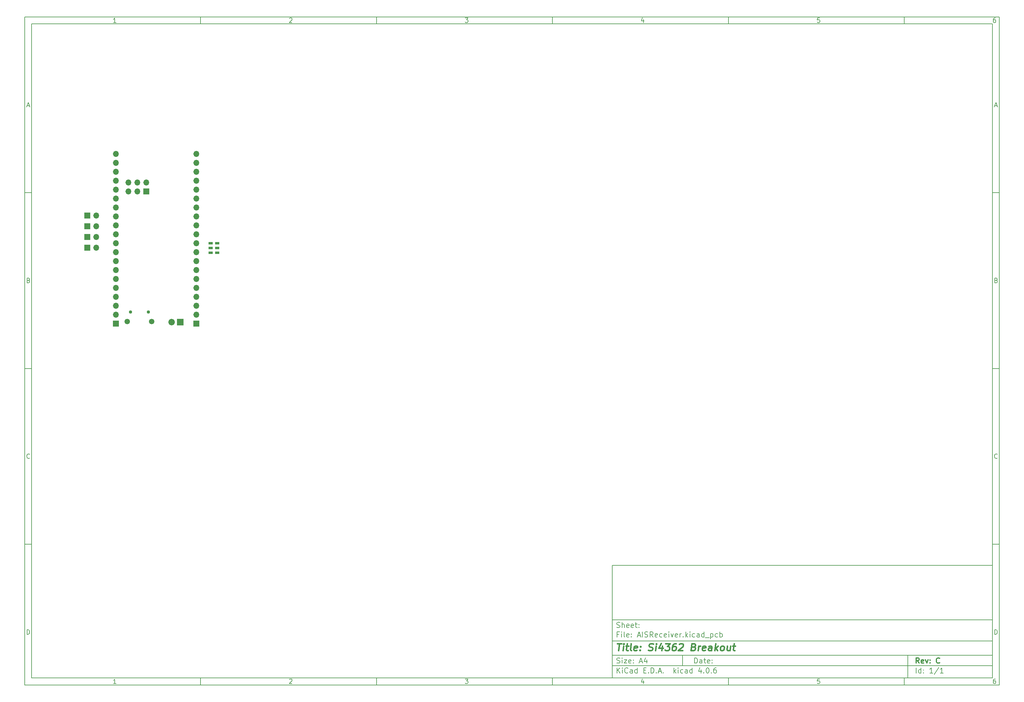
<source format=gbr>
G04 #@! TF.FileFunction,Soldermask,Bot*
%FSLAX46Y46*%
G04 Gerber Fmt 4.6, Leading zero omitted, Abs format (unit mm)*
G04 Created by KiCad (PCBNEW 4.0.6) date 09/08/17 15:19:15*
%MOMM*%
%LPD*%
G01*
G04 APERTURE LIST*
%ADD10C,0.150000*%
%ADD11C,0.300000*%
%ADD12C,0.400000*%
%ADD13R,1.200000X0.750000*%
%ADD14R,1.700000X1.700000*%
%ADD15O,1.700000X1.700000*%
%ADD16R,1.850000X1.850000*%
%ADD17C,1.850000*%
%ADD18C,0.950000*%
%ADD19C,1.550000*%
G04 APERTURE END LIST*
D10*
X177002200Y-166007200D02*
X177002200Y-198007200D01*
X285002200Y-198007200D01*
X285002200Y-166007200D01*
X177002200Y-166007200D01*
X10000000Y-10000000D02*
X10000000Y-200007200D01*
X287002200Y-200007200D01*
X287002200Y-10000000D01*
X10000000Y-10000000D01*
X12000000Y-12000000D02*
X12000000Y-198007200D01*
X285002200Y-198007200D01*
X285002200Y-12000000D01*
X12000000Y-12000000D01*
X60000000Y-12000000D02*
X60000000Y-10000000D01*
X110000000Y-12000000D02*
X110000000Y-10000000D01*
X160000000Y-12000000D02*
X160000000Y-10000000D01*
X210000000Y-12000000D02*
X210000000Y-10000000D01*
X260000000Y-12000000D02*
X260000000Y-10000000D01*
X35990476Y-11588095D02*
X35247619Y-11588095D01*
X35619048Y-11588095D02*
X35619048Y-10288095D01*
X35495238Y-10473810D01*
X35371429Y-10597619D01*
X35247619Y-10659524D01*
X85247619Y-10411905D02*
X85309524Y-10350000D01*
X85433333Y-10288095D01*
X85742857Y-10288095D01*
X85866667Y-10350000D01*
X85928571Y-10411905D01*
X85990476Y-10535714D01*
X85990476Y-10659524D01*
X85928571Y-10845238D01*
X85185714Y-11588095D01*
X85990476Y-11588095D01*
X135185714Y-10288095D02*
X135990476Y-10288095D01*
X135557143Y-10783333D01*
X135742857Y-10783333D01*
X135866667Y-10845238D01*
X135928571Y-10907143D01*
X135990476Y-11030952D01*
X135990476Y-11340476D01*
X135928571Y-11464286D01*
X135866667Y-11526190D01*
X135742857Y-11588095D01*
X135371429Y-11588095D01*
X135247619Y-11526190D01*
X135185714Y-11464286D01*
X185866667Y-10721429D02*
X185866667Y-11588095D01*
X185557143Y-10226190D02*
X185247619Y-11154762D01*
X186052381Y-11154762D01*
X235928571Y-10288095D02*
X235309524Y-10288095D01*
X235247619Y-10907143D01*
X235309524Y-10845238D01*
X235433333Y-10783333D01*
X235742857Y-10783333D01*
X235866667Y-10845238D01*
X235928571Y-10907143D01*
X235990476Y-11030952D01*
X235990476Y-11340476D01*
X235928571Y-11464286D01*
X235866667Y-11526190D01*
X235742857Y-11588095D01*
X235433333Y-11588095D01*
X235309524Y-11526190D01*
X235247619Y-11464286D01*
X285866667Y-10288095D02*
X285619048Y-10288095D01*
X285495238Y-10350000D01*
X285433333Y-10411905D01*
X285309524Y-10597619D01*
X285247619Y-10845238D01*
X285247619Y-11340476D01*
X285309524Y-11464286D01*
X285371429Y-11526190D01*
X285495238Y-11588095D01*
X285742857Y-11588095D01*
X285866667Y-11526190D01*
X285928571Y-11464286D01*
X285990476Y-11340476D01*
X285990476Y-11030952D01*
X285928571Y-10907143D01*
X285866667Y-10845238D01*
X285742857Y-10783333D01*
X285495238Y-10783333D01*
X285371429Y-10845238D01*
X285309524Y-10907143D01*
X285247619Y-11030952D01*
X60000000Y-198007200D02*
X60000000Y-200007200D01*
X110000000Y-198007200D02*
X110000000Y-200007200D01*
X160000000Y-198007200D02*
X160000000Y-200007200D01*
X210000000Y-198007200D02*
X210000000Y-200007200D01*
X260000000Y-198007200D02*
X260000000Y-200007200D01*
X35990476Y-199595295D02*
X35247619Y-199595295D01*
X35619048Y-199595295D02*
X35619048Y-198295295D01*
X35495238Y-198481010D01*
X35371429Y-198604819D01*
X35247619Y-198666724D01*
X85247619Y-198419105D02*
X85309524Y-198357200D01*
X85433333Y-198295295D01*
X85742857Y-198295295D01*
X85866667Y-198357200D01*
X85928571Y-198419105D01*
X85990476Y-198542914D01*
X85990476Y-198666724D01*
X85928571Y-198852438D01*
X85185714Y-199595295D01*
X85990476Y-199595295D01*
X135185714Y-198295295D02*
X135990476Y-198295295D01*
X135557143Y-198790533D01*
X135742857Y-198790533D01*
X135866667Y-198852438D01*
X135928571Y-198914343D01*
X135990476Y-199038152D01*
X135990476Y-199347676D01*
X135928571Y-199471486D01*
X135866667Y-199533390D01*
X135742857Y-199595295D01*
X135371429Y-199595295D01*
X135247619Y-199533390D01*
X135185714Y-199471486D01*
X185866667Y-198728629D02*
X185866667Y-199595295D01*
X185557143Y-198233390D02*
X185247619Y-199161962D01*
X186052381Y-199161962D01*
X235928571Y-198295295D02*
X235309524Y-198295295D01*
X235247619Y-198914343D01*
X235309524Y-198852438D01*
X235433333Y-198790533D01*
X235742857Y-198790533D01*
X235866667Y-198852438D01*
X235928571Y-198914343D01*
X235990476Y-199038152D01*
X235990476Y-199347676D01*
X235928571Y-199471486D01*
X235866667Y-199533390D01*
X235742857Y-199595295D01*
X235433333Y-199595295D01*
X235309524Y-199533390D01*
X235247619Y-199471486D01*
X285866667Y-198295295D02*
X285619048Y-198295295D01*
X285495238Y-198357200D01*
X285433333Y-198419105D01*
X285309524Y-198604819D01*
X285247619Y-198852438D01*
X285247619Y-199347676D01*
X285309524Y-199471486D01*
X285371429Y-199533390D01*
X285495238Y-199595295D01*
X285742857Y-199595295D01*
X285866667Y-199533390D01*
X285928571Y-199471486D01*
X285990476Y-199347676D01*
X285990476Y-199038152D01*
X285928571Y-198914343D01*
X285866667Y-198852438D01*
X285742857Y-198790533D01*
X285495238Y-198790533D01*
X285371429Y-198852438D01*
X285309524Y-198914343D01*
X285247619Y-199038152D01*
X10000000Y-60000000D02*
X12000000Y-60000000D01*
X10000000Y-110000000D02*
X12000000Y-110000000D01*
X10000000Y-160000000D02*
X12000000Y-160000000D01*
X10690476Y-35216667D02*
X11309524Y-35216667D01*
X10566667Y-35588095D02*
X11000000Y-34288095D01*
X11433333Y-35588095D01*
X11092857Y-84907143D02*
X11278571Y-84969048D01*
X11340476Y-85030952D01*
X11402381Y-85154762D01*
X11402381Y-85340476D01*
X11340476Y-85464286D01*
X11278571Y-85526190D01*
X11154762Y-85588095D01*
X10659524Y-85588095D01*
X10659524Y-84288095D01*
X11092857Y-84288095D01*
X11216667Y-84350000D01*
X11278571Y-84411905D01*
X11340476Y-84535714D01*
X11340476Y-84659524D01*
X11278571Y-84783333D01*
X11216667Y-84845238D01*
X11092857Y-84907143D01*
X10659524Y-84907143D01*
X11402381Y-135464286D02*
X11340476Y-135526190D01*
X11154762Y-135588095D01*
X11030952Y-135588095D01*
X10845238Y-135526190D01*
X10721429Y-135402381D01*
X10659524Y-135278571D01*
X10597619Y-135030952D01*
X10597619Y-134845238D01*
X10659524Y-134597619D01*
X10721429Y-134473810D01*
X10845238Y-134350000D01*
X11030952Y-134288095D01*
X11154762Y-134288095D01*
X11340476Y-134350000D01*
X11402381Y-134411905D01*
X10659524Y-185588095D02*
X10659524Y-184288095D01*
X10969048Y-184288095D01*
X11154762Y-184350000D01*
X11278571Y-184473810D01*
X11340476Y-184597619D01*
X11402381Y-184845238D01*
X11402381Y-185030952D01*
X11340476Y-185278571D01*
X11278571Y-185402381D01*
X11154762Y-185526190D01*
X10969048Y-185588095D01*
X10659524Y-185588095D01*
X287002200Y-60000000D02*
X285002200Y-60000000D01*
X287002200Y-110000000D02*
X285002200Y-110000000D01*
X287002200Y-160000000D02*
X285002200Y-160000000D01*
X285692676Y-35216667D02*
X286311724Y-35216667D01*
X285568867Y-35588095D02*
X286002200Y-34288095D01*
X286435533Y-35588095D01*
X286095057Y-84907143D02*
X286280771Y-84969048D01*
X286342676Y-85030952D01*
X286404581Y-85154762D01*
X286404581Y-85340476D01*
X286342676Y-85464286D01*
X286280771Y-85526190D01*
X286156962Y-85588095D01*
X285661724Y-85588095D01*
X285661724Y-84288095D01*
X286095057Y-84288095D01*
X286218867Y-84350000D01*
X286280771Y-84411905D01*
X286342676Y-84535714D01*
X286342676Y-84659524D01*
X286280771Y-84783333D01*
X286218867Y-84845238D01*
X286095057Y-84907143D01*
X285661724Y-84907143D01*
X286404581Y-135464286D02*
X286342676Y-135526190D01*
X286156962Y-135588095D01*
X286033152Y-135588095D01*
X285847438Y-135526190D01*
X285723629Y-135402381D01*
X285661724Y-135278571D01*
X285599819Y-135030952D01*
X285599819Y-134845238D01*
X285661724Y-134597619D01*
X285723629Y-134473810D01*
X285847438Y-134350000D01*
X286033152Y-134288095D01*
X286156962Y-134288095D01*
X286342676Y-134350000D01*
X286404581Y-134411905D01*
X285661724Y-185588095D02*
X285661724Y-184288095D01*
X285971248Y-184288095D01*
X286156962Y-184350000D01*
X286280771Y-184473810D01*
X286342676Y-184597619D01*
X286404581Y-184845238D01*
X286404581Y-185030952D01*
X286342676Y-185278571D01*
X286280771Y-185402381D01*
X286156962Y-185526190D01*
X285971248Y-185588095D01*
X285661724Y-185588095D01*
X200359343Y-193785771D02*
X200359343Y-192285771D01*
X200716486Y-192285771D01*
X200930771Y-192357200D01*
X201073629Y-192500057D01*
X201145057Y-192642914D01*
X201216486Y-192928629D01*
X201216486Y-193142914D01*
X201145057Y-193428629D01*
X201073629Y-193571486D01*
X200930771Y-193714343D01*
X200716486Y-193785771D01*
X200359343Y-193785771D01*
X202502200Y-193785771D02*
X202502200Y-193000057D01*
X202430771Y-192857200D01*
X202287914Y-192785771D01*
X202002200Y-192785771D01*
X201859343Y-192857200D01*
X202502200Y-193714343D02*
X202359343Y-193785771D01*
X202002200Y-193785771D01*
X201859343Y-193714343D01*
X201787914Y-193571486D01*
X201787914Y-193428629D01*
X201859343Y-193285771D01*
X202002200Y-193214343D01*
X202359343Y-193214343D01*
X202502200Y-193142914D01*
X203002200Y-192785771D02*
X203573629Y-192785771D01*
X203216486Y-192285771D02*
X203216486Y-193571486D01*
X203287914Y-193714343D01*
X203430772Y-193785771D01*
X203573629Y-193785771D01*
X204645057Y-193714343D02*
X204502200Y-193785771D01*
X204216486Y-193785771D01*
X204073629Y-193714343D01*
X204002200Y-193571486D01*
X204002200Y-193000057D01*
X204073629Y-192857200D01*
X204216486Y-192785771D01*
X204502200Y-192785771D01*
X204645057Y-192857200D01*
X204716486Y-193000057D01*
X204716486Y-193142914D01*
X204002200Y-193285771D01*
X205359343Y-193642914D02*
X205430771Y-193714343D01*
X205359343Y-193785771D01*
X205287914Y-193714343D01*
X205359343Y-193642914D01*
X205359343Y-193785771D01*
X205359343Y-192857200D02*
X205430771Y-192928629D01*
X205359343Y-193000057D01*
X205287914Y-192928629D01*
X205359343Y-192857200D01*
X205359343Y-193000057D01*
X177002200Y-194507200D02*
X285002200Y-194507200D01*
X178359343Y-196585771D02*
X178359343Y-195085771D01*
X179216486Y-196585771D02*
X178573629Y-195728629D01*
X179216486Y-195085771D02*
X178359343Y-195942914D01*
X179859343Y-196585771D02*
X179859343Y-195585771D01*
X179859343Y-195085771D02*
X179787914Y-195157200D01*
X179859343Y-195228629D01*
X179930771Y-195157200D01*
X179859343Y-195085771D01*
X179859343Y-195228629D01*
X181430772Y-196442914D02*
X181359343Y-196514343D01*
X181145057Y-196585771D01*
X181002200Y-196585771D01*
X180787915Y-196514343D01*
X180645057Y-196371486D01*
X180573629Y-196228629D01*
X180502200Y-195942914D01*
X180502200Y-195728629D01*
X180573629Y-195442914D01*
X180645057Y-195300057D01*
X180787915Y-195157200D01*
X181002200Y-195085771D01*
X181145057Y-195085771D01*
X181359343Y-195157200D01*
X181430772Y-195228629D01*
X182716486Y-196585771D02*
X182716486Y-195800057D01*
X182645057Y-195657200D01*
X182502200Y-195585771D01*
X182216486Y-195585771D01*
X182073629Y-195657200D01*
X182716486Y-196514343D02*
X182573629Y-196585771D01*
X182216486Y-196585771D01*
X182073629Y-196514343D01*
X182002200Y-196371486D01*
X182002200Y-196228629D01*
X182073629Y-196085771D01*
X182216486Y-196014343D01*
X182573629Y-196014343D01*
X182716486Y-195942914D01*
X184073629Y-196585771D02*
X184073629Y-195085771D01*
X184073629Y-196514343D02*
X183930772Y-196585771D01*
X183645058Y-196585771D01*
X183502200Y-196514343D01*
X183430772Y-196442914D01*
X183359343Y-196300057D01*
X183359343Y-195871486D01*
X183430772Y-195728629D01*
X183502200Y-195657200D01*
X183645058Y-195585771D01*
X183930772Y-195585771D01*
X184073629Y-195657200D01*
X185930772Y-195800057D02*
X186430772Y-195800057D01*
X186645058Y-196585771D02*
X185930772Y-196585771D01*
X185930772Y-195085771D01*
X186645058Y-195085771D01*
X187287915Y-196442914D02*
X187359343Y-196514343D01*
X187287915Y-196585771D01*
X187216486Y-196514343D01*
X187287915Y-196442914D01*
X187287915Y-196585771D01*
X188002201Y-196585771D02*
X188002201Y-195085771D01*
X188359344Y-195085771D01*
X188573629Y-195157200D01*
X188716487Y-195300057D01*
X188787915Y-195442914D01*
X188859344Y-195728629D01*
X188859344Y-195942914D01*
X188787915Y-196228629D01*
X188716487Y-196371486D01*
X188573629Y-196514343D01*
X188359344Y-196585771D01*
X188002201Y-196585771D01*
X189502201Y-196442914D02*
X189573629Y-196514343D01*
X189502201Y-196585771D01*
X189430772Y-196514343D01*
X189502201Y-196442914D01*
X189502201Y-196585771D01*
X190145058Y-196157200D02*
X190859344Y-196157200D01*
X190002201Y-196585771D02*
X190502201Y-195085771D01*
X191002201Y-196585771D01*
X191502201Y-196442914D02*
X191573629Y-196514343D01*
X191502201Y-196585771D01*
X191430772Y-196514343D01*
X191502201Y-196442914D01*
X191502201Y-196585771D01*
X194502201Y-196585771D02*
X194502201Y-195085771D01*
X194645058Y-196014343D02*
X195073629Y-196585771D01*
X195073629Y-195585771D02*
X194502201Y-196157200D01*
X195716487Y-196585771D02*
X195716487Y-195585771D01*
X195716487Y-195085771D02*
X195645058Y-195157200D01*
X195716487Y-195228629D01*
X195787915Y-195157200D01*
X195716487Y-195085771D01*
X195716487Y-195228629D01*
X197073630Y-196514343D02*
X196930773Y-196585771D01*
X196645059Y-196585771D01*
X196502201Y-196514343D01*
X196430773Y-196442914D01*
X196359344Y-196300057D01*
X196359344Y-195871486D01*
X196430773Y-195728629D01*
X196502201Y-195657200D01*
X196645059Y-195585771D01*
X196930773Y-195585771D01*
X197073630Y-195657200D01*
X198359344Y-196585771D02*
X198359344Y-195800057D01*
X198287915Y-195657200D01*
X198145058Y-195585771D01*
X197859344Y-195585771D01*
X197716487Y-195657200D01*
X198359344Y-196514343D02*
X198216487Y-196585771D01*
X197859344Y-196585771D01*
X197716487Y-196514343D01*
X197645058Y-196371486D01*
X197645058Y-196228629D01*
X197716487Y-196085771D01*
X197859344Y-196014343D01*
X198216487Y-196014343D01*
X198359344Y-195942914D01*
X199716487Y-196585771D02*
X199716487Y-195085771D01*
X199716487Y-196514343D02*
X199573630Y-196585771D01*
X199287916Y-196585771D01*
X199145058Y-196514343D01*
X199073630Y-196442914D01*
X199002201Y-196300057D01*
X199002201Y-195871486D01*
X199073630Y-195728629D01*
X199145058Y-195657200D01*
X199287916Y-195585771D01*
X199573630Y-195585771D01*
X199716487Y-195657200D01*
X202216487Y-195585771D02*
X202216487Y-196585771D01*
X201859344Y-195014343D02*
X201502201Y-196085771D01*
X202430773Y-196085771D01*
X203002201Y-196442914D02*
X203073629Y-196514343D01*
X203002201Y-196585771D01*
X202930772Y-196514343D01*
X203002201Y-196442914D01*
X203002201Y-196585771D01*
X204002201Y-195085771D02*
X204145058Y-195085771D01*
X204287915Y-195157200D01*
X204359344Y-195228629D01*
X204430773Y-195371486D01*
X204502201Y-195657200D01*
X204502201Y-196014343D01*
X204430773Y-196300057D01*
X204359344Y-196442914D01*
X204287915Y-196514343D01*
X204145058Y-196585771D01*
X204002201Y-196585771D01*
X203859344Y-196514343D01*
X203787915Y-196442914D01*
X203716487Y-196300057D01*
X203645058Y-196014343D01*
X203645058Y-195657200D01*
X203716487Y-195371486D01*
X203787915Y-195228629D01*
X203859344Y-195157200D01*
X204002201Y-195085771D01*
X205145058Y-196442914D02*
X205216486Y-196514343D01*
X205145058Y-196585771D01*
X205073629Y-196514343D01*
X205145058Y-196442914D01*
X205145058Y-196585771D01*
X206502201Y-195085771D02*
X206216487Y-195085771D01*
X206073630Y-195157200D01*
X206002201Y-195228629D01*
X205859344Y-195442914D01*
X205787915Y-195728629D01*
X205787915Y-196300057D01*
X205859344Y-196442914D01*
X205930772Y-196514343D01*
X206073630Y-196585771D01*
X206359344Y-196585771D01*
X206502201Y-196514343D01*
X206573630Y-196442914D01*
X206645058Y-196300057D01*
X206645058Y-195942914D01*
X206573630Y-195800057D01*
X206502201Y-195728629D01*
X206359344Y-195657200D01*
X206073630Y-195657200D01*
X205930772Y-195728629D01*
X205859344Y-195800057D01*
X205787915Y-195942914D01*
X177002200Y-191507200D02*
X285002200Y-191507200D01*
D11*
X264216486Y-193785771D02*
X263716486Y-193071486D01*
X263359343Y-193785771D02*
X263359343Y-192285771D01*
X263930771Y-192285771D01*
X264073629Y-192357200D01*
X264145057Y-192428629D01*
X264216486Y-192571486D01*
X264216486Y-192785771D01*
X264145057Y-192928629D01*
X264073629Y-193000057D01*
X263930771Y-193071486D01*
X263359343Y-193071486D01*
X265430771Y-193714343D02*
X265287914Y-193785771D01*
X265002200Y-193785771D01*
X264859343Y-193714343D01*
X264787914Y-193571486D01*
X264787914Y-193000057D01*
X264859343Y-192857200D01*
X265002200Y-192785771D01*
X265287914Y-192785771D01*
X265430771Y-192857200D01*
X265502200Y-193000057D01*
X265502200Y-193142914D01*
X264787914Y-193285771D01*
X266002200Y-192785771D02*
X266359343Y-193785771D01*
X266716485Y-192785771D01*
X267287914Y-193642914D02*
X267359342Y-193714343D01*
X267287914Y-193785771D01*
X267216485Y-193714343D01*
X267287914Y-193642914D01*
X267287914Y-193785771D01*
X267287914Y-192857200D02*
X267359342Y-192928629D01*
X267287914Y-193000057D01*
X267216485Y-192928629D01*
X267287914Y-192857200D01*
X267287914Y-193000057D01*
X270002200Y-193642914D02*
X269930771Y-193714343D01*
X269716485Y-193785771D01*
X269573628Y-193785771D01*
X269359343Y-193714343D01*
X269216485Y-193571486D01*
X269145057Y-193428629D01*
X269073628Y-193142914D01*
X269073628Y-192928629D01*
X269145057Y-192642914D01*
X269216485Y-192500057D01*
X269359343Y-192357200D01*
X269573628Y-192285771D01*
X269716485Y-192285771D01*
X269930771Y-192357200D01*
X270002200Y-192428629D01*
D10*
X178287914Y-193714343D02*
X178502200Y-193785771D01*
X178859343Y-193785771D01*
X179002200Y-193714343D01*
X179073629Y-193642914D01*
X179145057Y-193500057D01*
X179145057Y-193357200D01*
X179073629Y-193214343D01*
X179002200Y-193142914D01*
X178859343Y-193071486D01*
X178573629Y-193000057D01*
X178430771Y-192928629D01*
X178359343Y-192857200D01*
X178287914Y-192714343D01*
X178287914Y-192571486D01*
X178359343Y-192428629D01*
X178430771Y-192357200D01*
X178573629Y-192285771D01*
X178930771Y-192285771D01*
X179145057Y-192357200D01*
X179787914Y-193785771D02*
X179787914Y-192785771D01*
X179787914Y-192285771D02*
X179716485Y-192357200D01*
X179787914Y-192428629D01*
X179859342Y-192357200D01*
X179787914Y-192285771D01*
X179787914Y-192428629D01*
X180359343Y-192785771D02*
X181145057Y-192785771D01*
X180359343Y-193785771D01*
X181145057Y-193785771D01*
X182287914Y-193714343D02*
X182145057Y-193785771D01*
X181859343Y-193785771D01*
X181716486Y-193714343D01*
X181645057Y-193571486D01*
X181645057Y-193000057D01*
X181716486Y-192857200D01*
X181859343Y-192785771D01*
X182145057Y-192785771D01*
X182287914Y-192857200D01*
X182359343Y-193000057D01*
X182359343Y-193142914D01*
X181645057Y-193285771D01*
X183002200Y-193642914D02*
X183073628Y-193714343D01*
X183002200Y-193785771D01*
X182930771Y-193714343D01*
X183002200Y-193642914D01*
X183002200Y-193785771D01*
X183002200Y-192857200D02*
X183073628Y-192928629D01*
X183002200Y-193000057D01*
X182930771Y-192928629D01*
X183002200Y-192857200D01*
X183002200Y-193000057D01*
X184787914Y-193357200D02*
X185502200Y-193357200D01*
X184645057Y-193785771D02*
X185145057Y-192285771D01*
X185645057Y-193785771D01*
X186787914Y-192785771D02*
X186787914Y-193785771D01*
X186430771Y-192214343D02*
X186073628Y-193285771D01*
X187002200Y-193285771D01*
X263359343Y-196585771D02*
X263359343Y-195085771D01*
X264716486Y-196585771D02*
X264716486Y-195085771D01*
X264716486Y-196514343D02*
X264573629Y-196585771D01*
X264287915Y-196585771D01*
X264145057Y-196514343D01*
X264073629Y-196442914D01*
X264002200Y-196300057D01*
X264002200Y-195871486D01*
X264073629Y-195728629D01*
X264145057Y-195657200D01*
X264287915Y-195585771D01*
X264573629Y-195585771D01*
X264716486Y-195657200D01*
X265430772Y-196442914D02*
X265502200Y-196514343D01*
X265430772Y-196585771D01*
X265359343Y-196514343D01*
X265430772Y-196442914D01*
X265430772Y-196585771D01*
X265430772Y-195657200D02*
X265502200Y-195728629D01*
X265430772Y-195800057D01*
X265359343Y-195728629D01*
X265430772Y-195657200D01*
X265430772Y-195800057D01*
X268073629Y-196585771D02*
X267216486Y-196585771D01*
X267645058Y-196585771D02*
X267645058Y-195085771D01*
X267502201Y-195300057D01*
X267359343Y-195442914D01*
X267216486Y-195514343D01*
X269787914Y-195014343D02*
X268502200Y-196942914D01*
X271073629Y-196585771D02*
X270216486Y-196585771D01*
X270645058Y-196585771D02*
X270645058Y-195085771D01*
X270502201Y-195300057D01*
X270359343Y-195442914D01*
X270216486Y-195514343D01*
X177002200Y-187507200D02*
X285002200Y-187507200D01*
D12*
X178454581Y-188211962D02*
X179597438Y-188211962D01*
X178776010Y-190211962D02*
X179026010Y-188211962D01*
X180014105Y-190211962D02*
X180180771Y-188878629D01*
X180264105Y-188211962D02*
X180156962Y-188307200D01*
X180240295Y-188402438D01*
X180347439Y-188307200D01*
X180264105Y-188211962D01*
X180240295Y-188402438D01*
X180847438Y-188878629D02*
X181609343Y-188878629D01*
X181216486Y-188211962D02*
X181002200Y-189926248D01*
X181073630Y-190116724D01*
X181252201Y-190211962D01*
X181442677Y-190211962D01*
X182395058Y-190211962D02*
X182216487Y-190116724D01*
X182145057Y-189926248D01*
X182359343Y-188211962D01*
X183930772Y-190116724D02*
X183728391Y-190211962D01*
X183347439Y-190211962D01*
X183168867Y-190116724D01*
X183097438Y-189926248D01*
X183192676Y-189164343D01*
X183311724Y-188973867D01*
X183514105Y-188878629D01*
X183895057Y-188878629D01*
X184073629Y-188973867D01*
X184145057Y-189164343D01*
X184121248Y-189354819D01*
X183145057Y-189545295D01*
X184895057Y-190021486D02*
X184978392Y-190116724D01*
X184871248Y-190211962D01*
X184787915Y-190116724D01*
X184895057Y-190021486D01*
X184871248Y-190211962D01*
X185026010Y-188973867D02*
X185109344Y-189069105D01*
X185002200Y-189164343D01*
X184918867Y-189069105D01*
X185026010Y-188973867D01*
X185002200Y-189164343D01*
X187264106Y-190116724D02*
X187537916Y-190211962D01*
X188014106Y-190211962D01*
X188216487Y-190116724D01*
X188323629Y-190021486D01*
X188442678Y-189831010D01*
X188466487Y-189640533D01*
X188395058Y-189450057D01*
X188311725Y-189354819D01*
X188133153Y-189259581D01*
X187764106Y-189164343D01*
X187585535Y-189069105D01*
X187502201Y-188973867D01*
X187430772Y-188783390D01*
X187454582Y-188592914D01*
X187573629Y-188402438D01*
X187680773Y-188307200D01*
X187883154Y-188211962D01*
X188359344Y-188211962D01*
X188633154Y-188307200D01*
X189252201Y-190211962D02*
X189418867Y-188878629D01*
X189502201Y-188211962D02*
X189395058Y-188307200D01*
X189478391Y-188402438D01*
X189585535Y-188307200D01*
X189502201Y-188211962D01*
X189478391Y-188402438D01*
X191228391Y-188878629D02*
X191061725Y-190211962D01*
X190847440Y-188116724D02*
X190192677Y-189545295D01*
X191430773Y-189545295D01*
X192168868Y-188211962D02*
X193406964Y-188211962D01*
X192645059Y-188973867D01*
X192930773Y-188973867D01*
X193109344Y-189069105D01*
X193192677Y-189164343D01*
X193264107Y-189354819D01*
X193204583Y-189831010D01*
X193085534Y-190021486D01*
X192978392Y-190116724D01*
X192776011Y-190211962D01*
X192204583Y-190211962D01*
X192026011Y-190116724D01*
X191942677Y-190021486D01*
X195121249Y-188211962D02*
X194740297Y-188211962D01*
X194537916Y-188307200D01*
X194430773Y-188402438D01*
X194204582Y-188688152D01*
X194061725Y-189069105D01*
X193966487Y-189831010D01*
X194037915Y-190021486D01*
X194121250Y-190116724D01*
X194299821Y-190211962D01*
X194680773Y-190211962D01*
X194883154Y-190116724D01*
X194990296Y-190021486D01*
X195109345Y-189831010D01*
X195168869Y-189354819D01*
X195097439Y-189164343D01*
X195014106Y-189069105D01*
X194835535Y-188973867D01*
X194454583Y-188973867D01*
X194252202Y-189069105D01*
X194145058Y-189164343D01*
X194026011Y-189354819D01*
X196049820Y-188402438D02*
X196156963Y-188307200D01*
X196359345Y-188211962D01*
X196835535Y-188211962D01*
X197014106Y-188307200D01*
X197097439Y-188402438D01*
X197168869Y-188592914D01*
X197145059Y-188783390D01*
X197014106Y-189069105D01*
X195728392Y-190211962D01*
X196966488Y-190211962D01*
X200145059Y-189164343D02*
X200418868Y-189259581D01*
X200502203Y-189354819D01*
X200573631Y-189545295D01*
X200537917Y-189831010D01*
X200418869Y-190021486D01*
X200311726Y-190116724D01*
X200109345Y-190211962D01*
X199347440Y-190211962D01*
X199597440Y-188211962D01*
X200264107Y-188211962D01*
X200442678Y-188307200D01*
X200526011Y-188402438D01*
X200597441Y-188592914D01*
X200573631Y-188783390D01*
X200454583Y-188973867D01*
X200347440Y-189069105D01*
X200145059Y-189164343D01*
X199478392Y-189164343D01*
X201347440Y-190211962D02*
X201514106Y-188878629D01*
X201466487Y-189259581D02*
X201585536Y-189069105D01*
X201692679Y-188973867D01*
X201895059Y-188878629D01*
X202085535Y-188878629D01*
X203359345Y-190116724D02*
X203156964Y-190211962D01*
X202776012Y-190211962D01*
X202597440Y-190116724D01*
X202526011Y-189926248D01*
X202621249Y-189164343D01*
X202740297Y-188973867D01*
X202942678Y-188878629D01*
X203323630Y-188878629D01*
X203502202Y-188973867D01*
X203573630Y-189164343D01*
X203549821Y-189354819D01*
X202573630Y-189545295D01*
X205156964Y-190211962D02*
X205287916Y-189164343D01*
X205216488Y-188973867D01*
X205037916Y-188878629D01*
X204656964Y-188878629D01*
X204454583Y-188973867D01*
X205168869Y-190116724D02*
X204966488Y-190211962D01*
X204490298Y-190211962D01*
X204311726Y-190116724D01*
X204240297Y-189926248D01*
X204264107Y-189735771D01*
X204383154Y-189545295D01*
X204585536Y-189450057D01*
X205061726Y-189450057D01*
X205264107Y-189354819D01*
X206109345Y-190211962D02*
X206359345Y-188211962D01*
X206395060Y-189450057D02*
X206871250Y-190211962D01*
X207037916Y-188878629D02*
X206180773Y-189640533D01*
X208014108Y-190211962D02*
X207835537Y-190116724D01*
X207752202Y-190021486D01*
X207680774Y-189831010D01*
X207752202Y-189259581D01*
X207871250Y-189069105D01*
X207978394Y-188973867D01*
X208180774Y-188878629D01*
X208466488Y-188878629D01*
X208645060Y-188973867D01*
X208728393Y-189069105D01*
X208799821Y-189259581D01*
X208728393Y-189831010D01*
X208609345Y-190021486D01*
X208502203Y-190116724D01*
X208299822Y-190211962D01*
X208014108Y-190211962D01*
X210561726Y-188878629D02*
X210395060Y-190211962D01*
X209704583Y-188878629D02*
X209573631Y-189926248D01*
X209645061Y-190116724D01*
X209823632Y-190211962D01*
X210109346Y-190211962D01*
X210311727Y-190116724D01*
X210418869Y-190021486D01*
X211228393Y-188878629D02*
X211990298Y-188878629D01*
X211597441Y-188211962D02*
X211383155Y-189926248D01*
X211454585Y-190116724D01*
X211633156Y-190211962D01*
X211823632Y-190211962D01*
D10*
X178859343Y-185600057D02*
X178359343Y-185600057D01*
X178359343Y-186385771D02*
X178359343Y-184885771D01*
X179073629Y-184885771D01*
X179645057Y-186385771D02*
X179645057Y-185385771D01*
X179645057Y-184885771D02*
X179573628Y-184957200D01*
X179645057Y-185028629D01*
X179716485Y-184957200D01*
X179645057Y-184885771D01*
X179645057Y-185028629D01*
X180573629Y-186385771D02*
X180430771Y-186314343D01*
X180359343Y-186171486D01*
X180359343Y-184885771D01*
X181716485Y-186314343D02*
X181573628Y-186385771D01*
X181287914Y-186385771D01*
X181145057Y-186314343D01*
X181073628Y-186171486D01*
X181073628Y-185600057D01*
X181145057Y-185457200D01*
X181287914Y-185385771D01*
X181573628Y-185385771D01*
X181716485Y-185457200D01*
X181787914Y-185600057D01*
X181787914Y-185742914D01*
X181073628Y-185885771D01*
X182430771Y-186242914D02*
X182502199Y-186314343D01*
X182430771Y-186385771D01*
X182359342Y-186314343D01*
X182430771Y-186242914D01*
X182430771Y-186385771D01*
X182430771Y-185457200D02*
X182502199Y-185528629D01*
X182430771Y-185600057D01*
X182359342Y-185528629D01*
X182430771Y-185457200D01*
X182430771Y-185600057D01*
X184216485Y-185957200D02*
X184930771Y-185957200D01*
X184073628Y-186385771D02*
X184573628Y-184885771D01*
X185073628Y-186385771D01*
X185573628Y-186385771D02*
X185573628Y-184885771D01*
X186216485Y-186314343D02*
X186430771Y-186385771D01*
X186787914Y-186385771D01*
X186930771Y-186314343D01*
X187002200Y-186242914D01*
X187073628Y-186100057D01*
X187073628Y-185957200D01*
X187002200Y-185814343D01*
X186930771Y-185742914D01*
X186787914Y-185671486D01*
X186502200Y-185600057D01*
X186359342Y-185528629D01*
X186287914Y-185457200D01*
X186216485Y-185314343D01*
X186216485Y-185171486D01*
X186287914Y-185028629D01*
X186359342Y-184957200D01*
X186502200Y-184885771D01*
X186859342Y-184885771D01*
X187073628Y-184957200D01*
X188573628Y-186385771D02*
X188073628Y-185671486D01*
X187716485Y-186385771D02*
X187716485Y-184885771D01*
X188287913Y-184885771D01*
X188430771Y-184957200D01*
X188502199Y-185028629D01*
X188573628Y-185171486D01*
X188573628Y-185385771D01*
X188502199Y-185528629D01*
X188430771Y-185600057D01*
X188287913Y-185671486D01*
X187716485Y-185671486D01*
X189787913Y-186314343D02*
X189645056Y-186385771D01*
X189359342Y-186385771D01*
X189216485Y-186314343D01*
X189145056Y-186171486D01*
X189145056Y-185600057D01*
X189216485Y-185457200D01*
X189359342Y-185385771D01*
X189645056Y-185385771D01*
X189787913Y-185457200D01*
X189859342Y-185600057D01*
X189859342Y-185742914D01*
X189145056Y-185885771D01*
X191145056Y-186314343D02*
X191002199Y-186385771D01*
X190716485Y-186385771D01*
X190573627Y-186314343D01*
X190502199Y-186242914D01*
X190430770Y-186100057D01*
X190430770Y-185671486D01*
X190502199Y-185528629D01*
X190573627Y-185457200D01*
X190716485Y-185385771D01*
X191002199Y-185385771D01*
X191145056Y-185457200D01*
X192359341Y-186314343D02*
X192216484Y-186385771D01*
X191930770Y-186385771D01*
X191787913Y-186314343D01*
X191716484Y-186171486D01*
X191716484Y-185600057D01*
X191787913Y-185457200D01*
X191930770Y-185385771D01*
X192216484Y-185385771D01*
X192359341Y-185457200D01*
X192430770Y-185600057D01*
X192430770Y-185742914D01*
X191716484Y-185885771D01*
X193073627Y-186385771D02*
X193073627Y-185385771D01*
X193073627Y-184885771D02*
X193002198Y-184957200D01*
X193073627Y-185028629D01*
X193145055Y-184957200D01*
X193073627Y-184885771D01*
X193073627Y-185028629D01*
X193645056Y-185385771D02*
X194002199Y-186385771D01*
X194359341Y-185385771D01*
X195502198Y-186314343D02*
X195359341Y-186385771D01*
X195073627Y-186385771D01*
X194930770Y-186314343D01*
X194859341Y-186171486D01*
X194859341Y-185600057D01*
X194930770Y-185457200D01*
X195073627Y-185385771D01*
X195359341Y-185385771D01*
X195502198Y-185457200D01*
X195573627Y-185600057D01*
X195573627Y-185742914D01*
X194859341Y-185885771D01*
X196216484Y-186385771D02*
X196216484Y-185385771D01*
X196216484Y-185671486D02*
X196287912Y-185528629D01*
X196359341Y-185457200D01*
X196502198Y-185385771D01*
X196645055Y-185385771D01*
X197145055Y-186242914D02*
X197216483Y-186314343D01*
X197145055Y-186385771D01*
X197073626Y-186314343D01*
X197145055Y-186242914D01*
X197145055Y-186385771D01*
X197859341Y-186385771D02*
X197859341Y-184885771D01*
X198002198Y-185814343D02*
X198430769Y-186385771D01*
X198430769Y-185385771D02*
X197859341Y-185957200D01*
X199073627Y-186385771D02*
X199073627Y-185385771D01*
X199073627Y-184885771D02*
X199002198Y-184957200D01*
X199073627Y-185028629D01*
X199145055Y-184957200D01*
X199073627Y-184885771D01*
X199073627Y-185028629D01*
X200430770Y-186314343D02*
X200287913Y-186385771D01*
X200002199Y-186385771D01*
X199859341Y-186314343D01*
X199787913Y-186242914D01*
X199716484Y-186100057D01*
X199716484Y-185671486D01*
X199787913Y-185528629D01*
X199859341Y-185457200D01*
X200002199Y-185385771D01*
X200287913Y-185385771D01*
X200430770Y-185457200D01*
X201716484Y-186385771D02*
X201716484Y-185600057D01*
X201645055Y-185457200D01*
X201502198Y-185385771D01*
X201216484Y-185385771D01*
X201073627Y-185457200D01*
X201716484Y-186314343D02*
X201573627Y-186385771D01*
X201216484Y-186385771D01*
X201073627Y-186314343D01*
X201002198Y-186171486D01*
X201002198Y-186028629D01*
X201073627Y-185885771D01*
X201216484Y-185814343D01*
X201573627Y-185814343D01*
X201716484Y-185742914D01*
X203073627Y-186385771D02*
X203073627Y-184885771D01*
X203073627Y-186314343D02*
X202930770Y-186385771D01*
X202645056Y-186385771D01*
X202502198Y-186314343D01*
X202430770Y-186242914D01*
X202359341Y-186100057D01*
X202359341Y-185671486D01*
X202430770Y-185528629D01*
X202502198Y-185457200D01*
X202645056Y-185385771D01*
X202930770Y-185385771D01*
X203073627Y-185457200D01*
X203430770Y-186528629D02*
X204573627Y-186528629D01*
X204930770Y-185385771D02*
X204930770Y-186885771D01*
X204930770Y-185457200D02*
X205073627Y-185385771D01*
X205359341Y-185385771D01*
X205502198Y-185457200D01*
X205573627Y-185528629D01*
X205645056Y-185671486D01*
X205645056Y-186100057D01*
X205573627Y-186242914D01*
X205502198Y-186314343D01*
X205359341Y-186385771D01*
X205073627Y-186385771D01*
X204930770Y-186314343D01*
X206930770Y-186314343D02*
X206787913Y-186385771D01*
X206502199Y-186385771D01*
X206359341Y-186314343D01*
X206287913Y-186242914D01*
X206216484Y-186100057D01*
X206216484Y-185671486D01*
X206287913Y-185528629D01*
X206359341Y-185457200D01*
X206502199Y-185385771D01*
X206787913Y-185385771D01*
X206930770Y-185457200D01*
X207573627Y-186385771D02*
X207573627Y-184885771D01*
X207573627Y-185457200D02*
X207716484Y-185385771D01*
X208002198Y-185385771D01*
X208145055Y-185457200D01*
X208216484Y-185528629D01*
X208287913Y-185671486D01*
X208287913Y-186100057D01*
X208216484Y-186242914D01*
X208145055Y-186314343D01*
X208002198Y-186385771D01*
X207716484Y-186385771D01*
X207573627Y-186314343D01*
X177002200Y-181507200D02*
X285002200Y-181507200D01*
X178287914Y-183614343D02*
X178502200Y-183685771D01*
X178859343Y-183685771D01*
X179002200Y-183614343D01*
X179073629Y-183542914D01*
X179145057Y-183400057D01*
X179145057Y-183257200D01*
X179073629Y-183114343D01*
X179002200Y-183042914D01*
X178859343Y-182971486D01*
X178573629Y-182900057D01*
X178430771Y-182828629D01*
X178359343Y-182757200D01*
X178287914Y-182614343D01*
X178287914Y-182471486D01*
X178359343Y-182328629D01*
X178430771Y-182257200D01*
X178573629Y-182185771D01*
X178930771Y-182185771D01*
X179145057Y-182257200D01*
X179787914Y-183685771D02*
X179787914Y-182185771D01*
X180430771Y-183685771D02*
X180430771Y-182900057D01*
X180359342Y-182757200D01*
X180216485Y-182685771D01*
X180002200Y-182685771D01*
X179859342Y-182757200D01*
X179787914Y-182828629D01*
X181716485Y-183614343D02*
X181573628Y-183685771D01*
X181287914Y-183685771D01*
X181145057Y-183614343D01*
X181073628Y-183471486D01*
X181073628Y-182900057D01*
X181145057Y-182757200D01*
X181287914Y-182685771D01*
X181573628Y-182685771D01*
X181716485Y-182757200D01*
X181787914Y-182900057D01*
X181787914Y-183042914D01*
X181073628Y-183185771D01*
X183002199Y-183614343D02*
X182859342Y-183685771D01*
X182573628Y-183685771D01*
X182430771Y-183614343D01*
X182359342Y-183471486D01*
X182359342Y-182900057D01*
X182430771Y-182757200D01*
X182573628Y-182685771D01*
X182859342Y-182685771D01*
X183002199Y-182757200D01*
X183073628Y-182900057D01*
X183073628Y-183042914D01*
X182359342Y-183185771D01*
X183502199Y-182685771D02*
X184073628Y-182685771D01*
X183716485Y-182185771D02*
X183716485Y-183471486D01*
X183787913Y-183614343D01*
X183930771Y-183685771D01*
X184073628Y-183685771D01*
X184573628Y-183542914D02*
X184645056Y-183614343D01*
X184573628Y-183685771D01*
X184502199Y-183614343D01*
X184573628Y-183542914D01*
X184573628Y-183685771D01*
X184573628Y-182757200D02*
X184645056Y-182828629D01*
X184573628Y-182900057D01*
X184502199Y-182828629D01*
X184573628Y-182757200D01*
X184573628Y-182900057D01*
X197002200Y-191507200D02*
X197002200Y-194507200D01*
X261002200Y-191507200D02*
X261002200Y-198007200D01*
D13*
X62829400Y-77089000D03*
X64729400Y-77089000D03*
X62829400Y-74396600D03*
X64729400Y-74396600D03*
X62829400Y-75742800D03*
X64729400Y-75742800D03*
D14*
X27838400Y-75666600D03*
D15*
X30378400Y-75666600D03*
D14*
X27838400Y-69570600D03*
D15*
X30378400Y-69570600D03*
D14*
X27838400Y-66522600D03*
D15*
X30378400Y-66522600D03*
D14*
X27838400Y-72618600D03*
D15*
X30378400Y-72618600D03*
D14*
X35962400Y-97260600D03*
D15*
X35962400Y-94720600D03*
X35962400Y-92180600D03*
X35962400Y-89640600D03*
X35962400Y-87100600D03*
X35962400Y-84560600D03*
X35962400Y-82020600D03*
X35962400Y-79480600D03*
X35962400Y-76940600D03*
X35962400Y-74400600D03*
X35962400Y-71860600D03*
X35962400Y-69320600D03*
X35962400Y-66780600D03*
X35962400Y-64240600D03*
X35962400Y-61700600D03*
X35962400Y-59160600D03*
X35962400Y-56620600D03*
X35962400Y-54080600D03*
X35962400Y-51540600D03*
X35962400Y-49000600D03*
D14*
X58822400Y-97260600D03*
D15*
X58822400Y-94720600D03*
X58822400Y-92180600D03*
X58822400Y-89640600D03*
X58822400Y-87100600D03*
X58822400Y-84560600D03*
X58822400Y-82020600D03*
X58822400Y-79480600D03*
X58822400Y-76940600D03*
X58822400Y-74400600D03*
X58822400Y-71860600D03*
X58822400Y-69320600D03*
X58822400Y-66780600D03*
X58822400Y-64240600D03*
X58822400Y-61700600D03*
X58822400Y-59160600D03*
X58822400Y-56620600D03*
X58822400Y-54080600D03*
X58822400Y-51540600D03*
X58822400Y-49000600D03*
D16*
X54242400Y-96776600D03*
D17*
X51742400Y-96776600D03*
D14*
X44602400Y-59664600D03*
D15*
X44602400Y-57124600D03*
X42062400Y-59664600D03*
X42062400Y-57124600D03*
X39522400Y-59664600D03*
X39522400Y-57124600D03*
D18*
X40121200Y-93900000D03*
X45121200Y-93900000D03*
D19*
X39121200Y-96600000D03*
X46121200Y-96600000D03*
M02*

</source>
